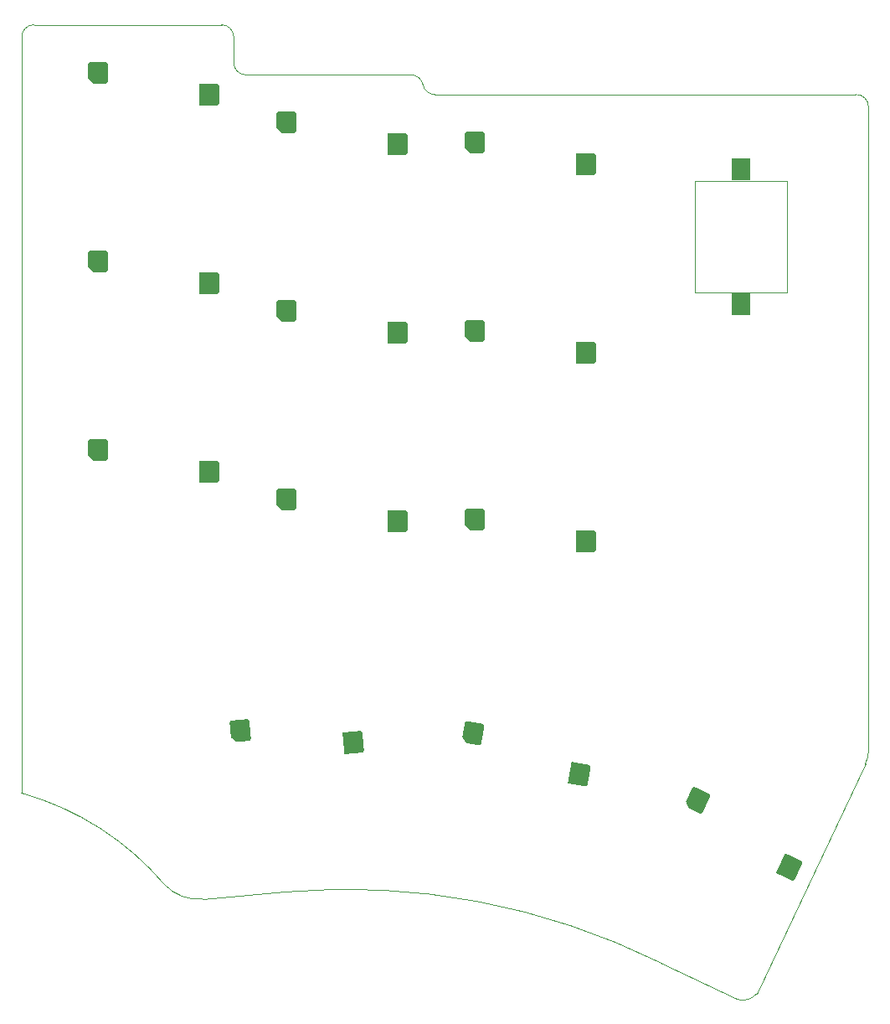
<source format=gbp>
%TF.GenerationSoftware,KiCad,Pcbnew,(7.0.0-0)*%
%TF.CreationDate,2023-05-01T13:28:00-07:00*%
%TF.ProjectId,cantor-master-key,63616e74-6f72-42d6-9d61-737465722d6b,rev1.0*%
%TF.SameCoordinates,PX78114e0PY44b6550*%
%TF.FileFunction,Paste,Bot*%
%TF.FilePolarity,Positive*%
%FSLAX46Y46*%
G04 Gerber Fmt 4.6, Leading zero omitted, Abs format (unit mm)*
G04 Created by KiCad (PCBNEW (7.0.0-0)) date 2023-05-01 13:28:00*
%MOMM*%
%LPD*%
G01*
G04 APERTURE LIST*
G04 Aperture macros list*
%AMFreePoly0*
4,1,13,-1.000000,1.100000,0.760000,1.100000,0.851844,1.081731,0.929706,1.029706,0.981731,0.951844,1.000000,0.860000,1.000000,-0.860000,0.981731,-0.951844,0.929706,-1.029706,0.851844,-1.081731,0.760000,-1.100000,-1.000000,-1.100000,-1.000000,1.100000,-1.000000,1.100000,$1*%
%AMFreePoly1*
4,1,18,-1.000000,0.860000,-0.981731,0.951844,-0.929706,1.029706,-0.851844,1.081731,-0.760000,1.100000,0.760000,1.100000,0.851844,1.081731,0.929706,1.029706,0.981731,0.951844,1.000000,0.860000,1.000000,-0.860000,0.981731,-0.951844,0.929706,-1.029706,0.851844,-1.081731,0.760000,-1.100000,-0.500000,-1.100000,-1.000000,-0.600000,-1.000000,0.860000,-1.000000,0.860000,$1*%
G04 Aperture macros list end*
%ADD10FreePoly0,0.000000*%
%ADD11FreePoly1,0.000000*%
%ADD12FreePoly0,5.000000*%
%ADD13FreePoly1,5.000000*%
%ADD14R,1.955800X2.311400*%
%ADD15FreePoly0,335.000000*%
%ADD16FreePoly1,335.000000*%
%ADD17FreePoly0,350.000000*%
%ADD18FreePoly1,350.000000*%
%TA.AperFunction,Profile*%
%ADD19C,0.100000*%
%TD*%
%TA.AperFunction,Profile*%
%ADD20C,0.120000*%
%TD*%
G04 APERTURE END LIST*
D10*
%TO.C,K25*%
X46374999Y-22349999D03*
D11*
X35099999Y-20149999D03*
%TD*%
D10*
%TO.C,K24*%
X27324999Y-20349999D03*
D11*
X16049999Y-18149999D03*
%TD*%
D10*
%TO.C,K04*%
X27324999Y17749999D03*
D11*
X16049999Y19949999D03*
%TD*%
D12*
%TO.C,K30*%
X22821034Y-42742865D03*
D13*
X11397196Y-41533918D03*
%TD*%
D10*
%TO.C,K14*%
X27324999Y-1299999D03*
D11*
X16049999Y899999D03*
%TD*%
D10*
%TO.C,K23*%
X8274999Y-15349999D03*
D11*
X-2999999Y-13149999D03*
%TD*%
D10*
%TO.C,K03*%
X8274999Y22749999D03*
D11*
X-2999999Y24949999D03*
%TD*%
D14*
%TO.C,LS1*%
X62084999Y15188999D03*
X62084999Y1599999D03*
%TD*%
D10*
%TO.C,K15*%
X46374999Y-3299999D03*
D11*
X35099999Y-1099999D03*
%TD*%
D15*
%TO.C,K32*%
X66963384Y-55293826D03*
D16*
X57674523Y-48534928D03*
%TD*%
D10*
%TO.C,K05*%
X46374999Y15749999D03*
D11*
X35099999Y17949999D03*
%TD*%
D10*
%TO.C,K13*%
X8274999Y3699999D03*
D11*
X-2999999Y5899999D03*
%TD*%
D17*
%TO.C,K31*%
X45691781Y-45943149D03*
D18*
X34970100Y-41818689D03*
%TD*%
D19*
X3789999Y-57090001D02*
G75*
G03*
X-10673448Y-47830000I-22363720J-19005078D01*
G01*
X63630000Y-68110000D02*
X74635831Y-44865940D01*
X3789970Y-57090029D02*
G75*
G03*
X7610000Y-58539999I3440030J3305929D01*
G01*
X29900001Y23770000D02*
G75*
G03*
X31110000Y22759999I1209999J219800D01*
G01*
X73670000Y22760000D02*
X31110000Y22760000D01*
X-10673448Y28570000D02*
X-10673448Y-47830000D01*
X-9436896Y29806552D02*
X9530000Y29806552D01*
X12003104Y24750000D02*
X28690000Y24750000D01*
X74960028Y21510000D02*
G75*
G03*
X73670000Y22759999I-1241028J9900D01*
G01*
X74635824Y-44865936D02*
G75*
G03*
X74959999Y-43570000I-2650524J1351536D01*
G01*
X10766552Y28570000D02*
X10766552Y25980000D01*
X15940000Y-57820000D02*
X7610000Y-58540000D01*
X53910000Y-64960000D02*
X61613868Y-68641488D01*
X29900008Y23770002D02*
G75*
G03*
X28690000Y24750000I-1210008J-257002D01*
G01*
X10766583Y25980000D02*
G75*
G03*
X12003104Y24750000I1230017J0D01*
G01*
X-9436896Y29806548D02*
G75*
G03*
X-10673448Y28570000I-4J-1236548D01*
G01*
X10766552Y28570000D02*
G75*
G03*
X9530000Y29806552I-1236552J0D01*
G01*
X74960000Y-43570000D02*
X74960000Y21510000D01*
X61613883Y-68641447D02*
G75*
G03*
X63629999Y-68109999I623117J1726047D01*
G01*
X53910001Y-64959998D02*
G75*
G03*
X15940000Y-57820000I-31697901J-64036302D01*
G01*
D20*
%TO.C,LS1*%
X66735000Y14044500D02*
X57435000Y14044500D01*
X57435000Y14044500D02*
X57435000Y2744500D01*
X57435000Y2744500D02*
X66735000Y2744500D01*
X66735000Y2744500D02*
X66735000Y14044500D01*
%TD*%
M02*

</source>
